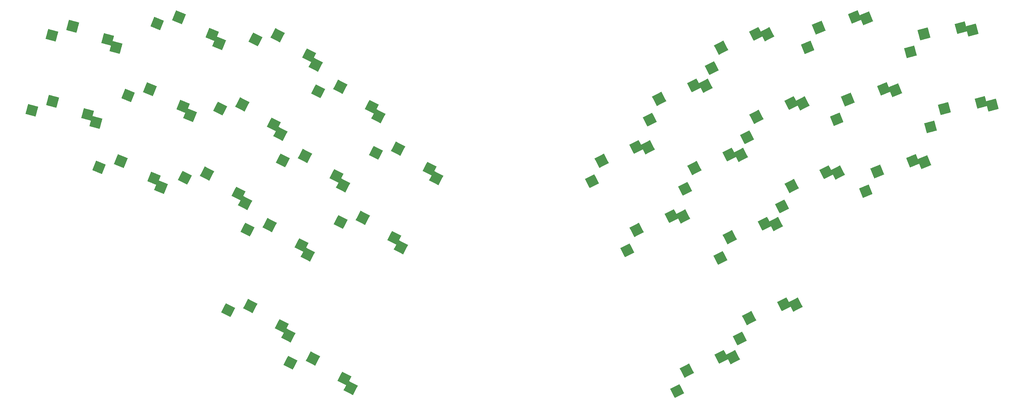
<source format=gbr>
%TF.GenerationSoftware,KiCad,Pcbnew,7.0.2*%
%TF.CreationDate,2024-04-18T14:32:48+02:00*%
%TF.ProjectId,Asfoora,4173666f-6f72-4612-9e6b-696361645f70,rev?*%
%TF.SameCoordinates,Original*%
%TF.FileFunction,Paste,Bot*%
%TF.FilePolarity,Positive*%
%FSLAX46Y46*%
G04 Gerber Fmt 4.6, Leading zero omitted, Abs format (unit mm)*
G04 Created by KiCad (PCBNEW 7.0.2) date 2024-04-18 14:32:48*
%MOMM*%
%LPD*%
G01*
G04 APERTURE LIST*
G04 Aperture macros list*
%AMRotRect*
0 Rectangle, with rotation*
0 The origin of the aperture is its center*
0 $1 length*
0 $2 width*
0 $3 Rotation angle, in degrees counterclockwise*
0 Add horizontal line*
21,1,$1,$2,0,0,$3*%
G04 Aperture macros list end*
%ADD10RotRect,2.600000X2.600000X345.000000*%
%ADD11RotRect,2.550000X2.500000X345.000000*%
%ADD12RotRect,2.600000X2.600000X27.000000*%
%ADD13RotRect,2.550000X2.500000X27.000000*%
%ADD14RotRect,2.600000X2.600000X333.000000*%
%ADD15RotRect,2.550000X2.500000X333.000000*%
%ADD16RotRect,2.600000X2.600000X22.000000*%
%ADD17RotRect,2.550000X2.500000X22.000000*%
%ADD18RotRect,2.600000X2.600000X15.000000*%
%ADD19RotRect,2.550000X2.500000X15.000000*%
%ADD20RotRect,2.600000X2.600000X338.000000*%
%ADD21RotRect,2.550000X2.500000X338.000000*%
G04 APERTURE END LIST*
D10*
%TO.C,SW11*%
X40628961Y-57908024D03*
D11*
X35546256Y-60079833D03*
D10*
X51212818Y-63024992D03*
D11*
X49210135Y-61108033D03*
%TD*%
D12*
%TO.C,SW24*%
X211037572Y-110935846D03*
D13*
X208713609Y-115950809D03*
D12*
X222326830Y-107656512D03*
D13*
X219555851Y-107571990D03*
%TD*%
D12*
%TO.C,SW20*%
X195764903Y-123793947D03*
D13*
X193440940Y-128808910D03*
D12*
X207054161Y-120514613D03*
D13*
X204283182Y-120430091D03*
%TD*%
D12*
%TO.C,SW22*%
X197656243Y-74248124D03*
D13*
X195332280Y-79263087D03*
D12*
X208945501Y-70968790D03*
D13*
X206174522Y-70884268D03*
%TD*%
D14*
%TO.C,SW5*%
X95683417Y-41685120D03*
D15*
X90260236Y-42752717D03*
D14*
X104972113Y-48890778D03*
D15*
X103411753Y-46599328D03*
%TD*%
D14*
%TO.C,SW8*%
X111031534Y-54349741D03*
D15*
X105608353Y-55417338D03*
D14*
X120320230Y-61555399D03*
D15*
X118759870Y-59263949D03*
%TD*%
D16*
%TO.C,SW30*%
X235185288Y-57453731D03*
D17*
X232433086Y-62247064D03*
D16*
X246717400Y-55170800D03*
D17*
X243964332Y-54845093D03*
%TD*%
D14*
%TO.C,SW19*%
X104297054Y-120824688D03*
D15*
X98873873Y-121892285D03*
D14*
X113585750Y-128030346D03*
D15*
X112025390Y-125738896D03*
%TD*%
D12*
%TO.C,SW25*%
X204167579Y-44733469D03*
D13*
X201843616Y-49748432D03*
D12*
X215456837Y-41454135D03*
D13*
X212685858Y-41369613D03*
%TD*%
D14*
%TO.C,SW6*%
X87057598Y-58614244D03*
D15*
X81634417Y-59681841D03*
D14*
X96346294Y-65819902D03*
D15*
X94785934Y-63528452D03*
%TD*%
D14*
%TO.C,SW10*%
X93779895Y-88207989D03*
D15*
X88356714Y-89275586D03*
D14*
X103068591Y-95413647D03*
D15*
X101508231Y-93122197D03*
%TD*%
D18*
%TO.C,SW32*%
X258731747Y-59680288D03*
D19*
X255415900Y-64102484D03*
D18*
X270456120Y-58819785D03*
D19*
X267763267Y-58160990D03*
%TD*%
D12*
%TO.C,SW27*%
X221419218Y-78591717D03*
D13*
X219095255Y-83606680D03*
D12*
X232708476Y-75312383D03*
D13*
X229937497Y-75227861D03*
%TD*%
D20*
%TO.C,SW14*%
X57311570Y-72541075D03*
D21*
X52002073Y-74077270D03*
D20*
X67192934Y-78909749D03*
D21*
X65438798Y-76763013D03*
%TD*%
D20*
%TO.C,SW2*%
X71546620Y-37308088D03*
D21*
X66237123Y-38844283D03*
D20*
X81427984Y-43676762D03*
D21*
X79673848Y-41530026D03*
%TD*%
D14*
%TO.C,SW15*%
X89024385Y-107966587D03*
D15*
X83601204Y-109034184D03*
D14*
X98313081Y-115172245D03*
D15*
X96752721Y-112880795D03*
%TD*%
D12*
%TO.C,SW18*%
X183540029Y-89338505D03*
D13*
X181216066Y-94353468D03*
D12*
X194829287Y-86059171D03*
D13*
X192058308Y-85974649D03*
%TD*%
D10*
%TO.C,SW4*%
X45539008Y-39537635D03*
D11*
X40456303Y-41709444D03*
D10*
X56122865Y-44654603D03*
D11*
X54120182Y-42737644D03*
%TD*%
D14*
%TO.C,SW7*%
X78431779Y-75543367D03*
D15*
X73008598Y-76610964D03*
D14*
X87720475Y-82749025D03*
D15*
X86160115Y-80457575D03*
%TD*%
D16*
%TO.C,SW29*%
X228067763Y-39837237D03*
D17*
X225315561Y-44630570D03*
D16*
X239599875Y-37554306D03*
D17*
X236846807Y-37228599D03*
%TD*%
D14*
%TO.C,SW9*%
X102405714Y-71278865D03*
D15*
X96982533Y-72346462D03*
D14*
X111694410Y-78484523D03*
D15*
X110134050Y-76193073D03*
%TD*%
D14*
%TO.C,SW12*%
X125147748Y-69440122D03*
D15*
X119724567Y-70507719D03*
D14*
X134436444Y-76645780D03*
D15*
X132876084Y-74354330D03*
%TD*%
D12*
%TO.C,SW17*%
X174914209Y-72409381D03*
D13*
X172590246Y-77424344D03*
D12*
X186203467Y-69130047D03*
D13*
X183432488Y-69045525D03*
%TD*%
D12*
%TO.C,SW21*%
X189030423Y-57319000D03*
D13*
X186706460Y-62333963D03*
D12*
X200319681Y-54039666D03*
D13*
X197548702Y-53955144D03*
%TD*%
D18*
%TO.C,SW31*%
X253807924Y-41324412D03*
D19*
X250492077Y-45746608D03*
D18*
X265532297Y-40463909D03*
D19*
X262839444Y-39805114D03*
%TD*%
D12*
%TO.C,SW26*%
X212793398Y-61662593D03*
D13*
X210469435Y-66677556D03*
D12*
X224082656Y-58383259D03*
D13*
X221311677Y-58298737D03*
%TD*%
D16*
%TO.C,SW28*%
X242302813Y-75070224D03*
D17*
X239550611Y-79863557D03*
D16*
X253834925Y-72787293D03*
D17*
X251081857Y-72461586D03*
%TD*%
D20*
%TO.C,SW3*%
X64429385Y-54924988D03*
D21*
X59119888Y-56461183D03*
D20*
X74310749Y-61293662D03*
D21*
X72556613Y-59146926D03*
%TD*%
D12*
%TO.C,SW23*%
X206282062Y-91177248D03*
D13*
X203958099Y-96192211D03*
D12*
X217571320Y-87897914D03*
D13*
X214800341Y-87813392D03*
%TD*%
D14*
%TO.C,SW13*%
X116521928Y-86369246D03*
D15*
X111098747Y-87436843D03*
D14*
X125810624Y-93574904D03*
D15*
X124250264Y-91283454D03*
%TD*%
M02*

</source>
